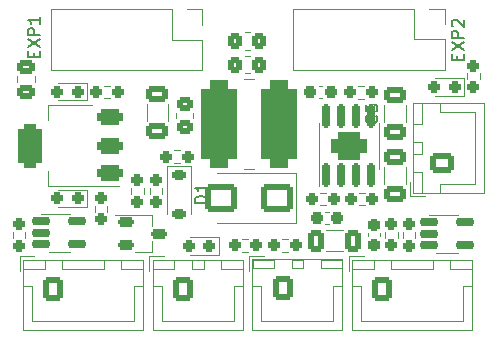
<source format=gbr>
%TF.GenerationSoftware,KiCad,Pcbnew,(7.0.0)*%
%TF.CreationDate,2023-08-10T18:16:06+02:00*%
%TF.ProjectId,SiboorVoronExt,5369626f-6f72-4566-9f72-6f6e4578742e,rev?*%
%TF.SameCoordinates,Original*%
%TF.FileFunction,Legend,Top*%
%TF.FilePolarity,Positive*%
%FSLAX46Y46*%
G04 Gerber Fmt 4.6, Leading zero omitted, Abs format (unit mm)*
G04 Created by KiCad (PCBNEW (7.0.0)) date 2023-08-10 18:16:06*
%MOMM*%
%LPD*%
G01*
G04 APERTURE LIST*
G04 Aperture macros list*
%AMRoundRect*
0 Rectangle with rounded corners*
0 $1 Rounding radius*
0 $2 $3 $4 $5 $6 $7 $8 $9 X,Y pos of 4 corners*
0 Add a 4 corners polygon primitive as box body*
4,1,4,$2,$3,$4,$5,$6,$7,$8,$9,$2,$3,0*
0 Add four circle primitives for the rounded corners*
1,1,$1+$1,$2,$3*
1,1,$1+$1,$4,$5*
1,1,$1+$1,$6,$7*
1,1,$1+$1,$8,$9*
0 Add four rect primitives between the rounded corners*
20,1,$1+$1,$2,$3,$4,$5,0*
20,1,$1+$1,$4,$5,$6,$7,0*
20,1,$1+$1,$6,$7,$8,$9,0*
20,1,$1+$1,$8,$9,$2,$3,0*%
G04 Aperture macros list end*
%ADD10C,0.150000*%
%ADD11C,0.120000*%
%ADD12RoundRect,0.250000X1.100000X0.900000X-1.100000X0.900000X-1.100000X-0.900000X1.100000X-0.900000X0*%
%ADD13RoundRect,0.237500X-0.237500X0.250000X-0.237500X-0.250000X0.237500X-0.250000X0.237500X0.250000X0*%
%ADD14RoundRect,0.237500X0.250000X0.237500X-0.250000X0.237500X-0.250000X-0.237500X0.250000X-0.237500X0*%
%ADD15RoundRect,0.250000X-0.600000X-0.750000X0.600000X-0.750000X0.600000X0.750000X-0.600000X0.750000X0*%
%ADD16O,1.700000X2.000000*%
%ADD17R,1.700000X1.700000*%
%ADD18O,1.700000X1.700000*%
%ADD19RoundRect,0.250000X0.650000X-0.412500X0.650000X0.412500X-0.650000X0.412500X-0.650000X-0.412500X0*%
%ADD20RoundRect,0.162500X-0.637500X-0.162500X0.637500X-0.162500X0.637500X0.162500X-0.637500X0.162500X0*%
%ADD21RoundRect,0.237500X0.287500X0.237500X-0.287500X0.237500X-0.287500X-0.237500X0.287500X-0.237500X0*%
%ADD22RoundRect,0.237500X-0.250000X-0.237500X0.250000X-0.237500X0.250000X0.237500X-0.250000X0.237500X0*%
%ADD23RoundRect,0.237500X0.300000X0.237500X-0.300000X0.237500X-0.300000X-0.237500X0.300000X-0.237500X0*%
%ADD24RoundRect,0.250000X-0.350000X-0.450000X0.350000X-0.450000X0.350000X0.450000X-0.350000X0.450000X0*%
%ADD25RoundRect,0.237500X-0.237500X0.300000X-0.237500X-0.300000X0.237500X-0.300000X0.237500X0.300000X0*%
%ADD26RoundRect,0.225000X-0.375000X0.225000X-0.375000X-0.225000X0.375000X-0.225000X0.375000X0.225000X0*%
%ADD27RoundRect,0.237500X0.237500X-0.250000X0.237500X0.250000X-0.237500X0.250000X-0.237500X-0.250000X0*%
%ADD28RoundRect,0.250000X-0.600000X-0.725000X0.600000X-0.725000X0.600000X0.725000X-0.600000X0.725000X0*%
%ADD29O,1.700000X1.950000*%
%ADD30RoundRect,0.325000X0.775000X0.325000X-0.775000X0.325000X-0.775000X-0.325000X0.775000X-0.325000X0*%
%ADD31RoundRect,0.500000X0.500000X1.400000X-0.500000X1.400000X-0.500000X-1.400000X0.500000X-1.400000X0*%
%ADD32RoundRect,0.250000X-0.412500X-0.650000X0.412500X-0.650000X0.412500X0.650000X-0.412500X0.650000X0*%
%ADD33RoundRect,0.250000X-0.650000X0.412500X-0.650000X-0.412500X0.650000X-0.412500X0.650000X0.412500X0*%
%ADD34RoundRect,0.250000X0.475000X-0.337500X0.475000X0.337500X-0.475000X0.337500X-0.475000X-0.337500X0*%
%ADD35RoundRect,0.250000X0.350000X0.450000X-0.350000X0.450000X-0.350000X-0.450000X0.350000X-0.450000X0*%
%ADD36RoundRect,0.750000X0.750000X3.000000X-0.750000X3.000000X-0.750000X-3.000000X0.750000X-3.000000X0*%
%ADD37RoundRect,0.250000X0.750000X-0.600000X0.750000X0.600000X-0.750000X0.600000X-0.750000X-0.600000X0*%
%ADD38O,2.000000X1.700000*%
%ADD39RoundRect,0.200000X-0.500000X-0.200000X0.500000X-0.200000X0.500000X0.200000X-0.500000X0.200000X0*%
%ADD40RoundRect,0.150000X0.150000X-0.825000X0.150000X0.825000X-0.150000X0.825000X-0.150000X-0.825000X0*%
%ADD41RoundRect,0.572500X0.927500X-0.572500X0.927500X0.572500X-0.927500X0.572500X-0.927500X-0.572500X0*%
%ADD42RoundRect,0.250000X0.450000X-0.350000X0.450000X0.350000X-0.450000X0.350000X-0.450000X-0.350000X0*%
G04 APERTURE END LIST*
D10*
%TO.C,EXP1*%
X2218571Y-6041666D02*
X2218571Y-5708333D01*
X2742380Y-5565476D02*
X2742380Y-6041666D01*
X2742380Y-6041666D02*
X1742380Y-6041666D01*
X1742380Y-6041666D02*
X1742380Y-5565476D01*
X1742380Y-5232142D02*
X2742380Y-4565476D01*
X1742380Y-4565476D02*
X2742380Y-5232142D01*
X2742380Y-4184523D02*
X1742380Y-4184523D01*
X1742380Y-4184523D02*
X1742380Y-3803571D01*
X1742380Y-3803571D02*
X1790000Y-3708333D01*
X1790000Y-3708333D02*
X1837619Y-3660714D01*
X1837619Y-3660714D02*
X1932857Y-3613095D01*
X1932857Y-3613095D02*
X2075714Y-3613095D01*
X2075714Y-3613095D02*
X2170952Y-3660714D01*
X2170952Y-3660714D02*
X2218571Y-3708333D01*
X2218571Y-3708333D02*
X2266190Y-3803571D01*
X2266190Y-3803571D02*
X2266190Y-4184523D01*
X2742380Y-2660714D02*
X2742380Y-3232142D01*
X2742380Y-2946428D02*
X1742380Y-2946428D01*
X1742380Y-2946428D02*
X1885238Y-3041666D01*
X1885238Y-3041666D02*
X1980476Y-3136904D01*
X1980476Y-3136904D02*
X2028095Y-3232142D01*
%TO.C,C5*%
X31222142Y-11029166D02*
X31269761Y-11076785D01*
X31269761Y-11076785D02*
X31317380Y-11219642D01*
X31317380Y-11219642D02*
X31317380Y-11314880D01*
X31317380Y-11314880D02*
X31269761Y-11457737D01*
X31269761Y-11457737D02*
X31174523Y-11552975D01*
X31174523Y-11552975D02*
X31079285Y-11600594D01*
X31079285Y-11600594D02*
X30888809Y-11648213D01*
X30888809Y-11648213D02*
X30745952Y-11648213D01*
X30745952Y-11648213D02*
X30555476Y-11600594D01*
X30555476Y-11600594D02*
X30460238Y-11552975D01*
X30460238Y-11552975D02*
X30365000Y-11457737D01*
X30365000Y-11457737D02*
X30317380Y-11314880D01*
X30317380Y-11314880D02*
X30317380Y-11219642D01*
X30317380Y-11219642D02*
X30365000Y-11076785D01*
X30365000Y-11076785D02*
X30412619Y-11029166D01*
X30317380Y-10124404D02*
X30317380Y-10600594D01*
X30317380Y-10600594D02*
X30793571Y-10648213D01*
X30793571Y-10648213D02*
X30745952Y-10600594D01*
X30745952Y-10600594D02*
X30698333Y-10505356D01*
X30698333Y-10505356D02*
X30698333Y-10267261D01*
X30698333Y-10267261D02*
X30745952Y-10172023D01*
X30745952Y-10172023D02*
X30793571Y-10124404D01*
X30793571Y-10124404D02*
X30888809Y-10076785D01*
X30888809Y-10076785D02*
X31126904Y-10076785D01*
X31126904Y-10076785D02*
X31222142Y-10124404D01*
X31222142Y-10124404D02*
X31269761Y-10172023D01*
X31269761Y-10172023D02*
X31317380Y-10267261D01*
X31317380Y-10267261D02*
X31317380Y-10505356D01*
X31317380Y-10505356D02*
X31269761Y-10600594D01*
X31269761Y-10600594D02*
X31222142Y-10648213D01*
%TO.C,EXP2*%
X38093571Y-6266666D02*
X38093571Y-5933333D01*
X38617380Y-5790476D02*
X38617380Y-6266666D01*
X38617380Y-6266666D02*
X37617380Y-6266666D01*
X37617380Y-6266666D02*
X37617380Y-5790476D01*
X37617380Y-5457142D02*
X38617380Y-4790476D01*
X37617380Y-4790476D02*
X38617380Y-5457142D01*
X38617380Y-4409523D02*
X37617380Y-4409523D01*
X37617380Y-4409523D02*
X37617380Y-4028571D01*
X37617380Y-4028571D02*
X37665000Y-3933333D01*
X37665000Y-3933333D02*
X37712619Y-3885714D01*
X37712619Y-3885714D02*
X37807857Y-3838095D01*
X37807857Y-3838095D02*
X37950714Y-3838095D01*
X37950714Y-3838095D02*
X38045952Y-3885714D01*
X38045952Y-3885714D02*
X38093571Y-3933333D01*
X38093571Y-3933333D02*
X38141190Y-4028571D01*
X38141190Y-4028571D02*
X38141190Y-4409523D01*
X37712619Y-3457142D02*
X37665000Y-3409523D01*
X37665000Y-3409523D02*
X37617380Y-3314285D01*
X37617380Y-3314285D02*
X37617380Y-3076190D01*
X37617380Y-3076190D02*
X37665000Y-2980952D01*
X37665000Y-2980952D02*
X37712619Y-2933333D01*
X37712619Y-2933333D02*
X37807857Y-2885714D01*
X37807857Y-2885714D02*
X37903095Y-2885714D01*
X37903095Y-2885714D02*
X38045952Y-2933333D01*
X38045952Y-2933333D02*
X38617380Y-3504761D01*
X38617380Y-3504761D02*
X38617380Y-2885714D01*
%TO.C,D1*%
X16867380Y-18392094D02*
X15867380Y-18392094D01*
X15867380Y-18392094D02*
X15867380Y-18153999D01*
X15867380Y-18153999D02*
X15915000Y-18011142D01*
X15915000Y-18011142D02*
X16010238Y-17915904D01*
X16010238Y-17915904D02*
X16105476Y-17868285D01*
X16105476Y-17868285D02*
X16295952Y-17820666D01*
X16295952Y-17820666D02*
X16438809Y-17820666D01*
X16438809Y-17820666D02*
X16629285Y-17868285D01*
X16629285Y-17868285D02*
X16724523Y-17915904D01*
X16724523Y-17915904D02*
X16819761Y-18011142D01*
X16819761Y-18011142D02*
X16867380Y-18153999D01*
X16867380Y-18153999D02*
X16867380Y-18392094D01*
X16867380Y-16868285D02*
X16867380Y-17439713D01*
X16867380Y-17153999D02*
X15867380Y-17153999D01*
X15867380Y-17153999D02*
X16010238Y-17249237D01*
X16010238Y-17249237D02*
X16105476Y-17344475D01*
X16105476Y-17344475D02*
X16153095Y-17439713D01*
D11*
%TO.C,D2*%
X24450000Y-20150000D02*
X24450000Y-15850000D01*
X24450000Y-20150000D02*
X17750000Y-20150000D01*
X24450000Y-15850000D02*
X17750000Y-15850000D01*
%TO.C,R8*%
X13122500Y-17132776D02*
X13122500Y-17642224D01*
X12077500Y-17132776D02*
X12077500Y-17642224D01*
%TO.C,R11*%
X20404724Y-22522500D02*
X19895276Y-22522500D01*
X20404724Y-21477500D02*
X19895276Y-21477500D01*
%TO.C,R12*%
X11522500Y-17132776D02*
X11522500Y-17642224D01*
X10477500Y-17132776D02*
X10477500Y-17642224D01*
%TO.C,FAN1*%
X12000000Y-22925000D02*
X12000000Y-24175000D01*
X12290000Y-23215000D02*
X12290000Y-29185000D01*
X12290000Y-29185000D02*
X19910000Y-29185000D01*
X12300000Y-23225000D02*
X12300000Y-23975000D01*
X12300000Y-23975000D02*
X14100000Y-23975000D01*
X12300000Y-25475000D02*
X13050000Y-25475000D01*
X13050000Y-25475000D02*
X13050000Y-28425000D01*
X13050000Y-28425000D02*
X16100000Y-28425000D01*
X13250000Y-22925000D02*
X12000000Y-22925000D01*
X14100000Y-23225000D02*
X12300000Y-23225000D01*
X14100000Y-23975000D02*
X14100000Y-23225000D01*
X15600000Y-23225000D02*
X15600000Y-23975000D01*
X15600000Y-23975000D02*
X16600000Y-23975000D01*
X16600000Y-23225000D02*
X15600000Y-23225000D01*
X16600000Y-23975000D02*
X16600000Y-23225000D01*
X18100000Y-23225000D02*
X18100000Y-23975000D01*
X18100000Y-23975000D02*
X19900000Y-23975000D01*
X19150000Y-25475000D02*
X19150000Y-28425000D01*
X19150000Y-28425000D02*
X16100000Y-28425000D01*
X19900000Y-23225000D02*
X18100000Y-23225000D01*
X19900000Y-23975000D02*
X19900000Y-23225000D01*
X19900000Y-25475000D02*
X19150000Y-25475000D01*
X19910000Y-23215000D02*
X12290000Y-23215000D01*
X19910000Y-29185000D02*
X19910000Y-23215000D01*
%TO.C,EXP1*%
X16505000Y-1995000D02*
X16505000Y-3325000D01*
X15175000Y-1995000D02*
X16505000Y-1995000D01*
X13905000Y-1995000D02*
X3685000Y-1995000D01*
X13905000Y-1995000D02*
X13905000Y-4595000D01*
X3685000Y-1995000D02*
X3685000Y-7195000D01*
X16505000Y-4595000D02*
X16505000Y-7195000D01*
X13905000Y-4595000D02*
X16505000Y-4595000D01*
X16505000Y-7195000D02*
X3685000Y-7195000D01*
%TO.C,C5*%
X31890000Y-11573752D02*
X31890000Y-10151248D01*
X33710000Y-11573752D02*
X33710000Y-10151248D01*
%TO.C,U1*%
X36311000Y-22610000D02*
X38111000Y-22610000D01*
X38111000Y-19390000D02*
X35661000Y-19390000D01*
%TO.C,D4*%
X38635000Y-9335000D02*
X38635000Y-7865000D01*
X38635000Y-7865000D02*
X36175000Y-7865000D01*
X36175000Y-9335000D02*
X38635000Y-9335000D01*
%TO.C,C7*%
X11790000Y-11473752D02*
X11790000Y-10051248D01*
X13610000Y-11473752D02*
X13610000Y-10051248D01*
%TO.C,R13*%
X14119776Y-13955500D02*
X14629224Y-13955500D01*
X14119776Y-15000500D02*
X14629224Y-15000500D01*
%TO.C,EXP2*%
X37030000Y-1970000D02*
X37030000Y-3300000D01*
X35700000Y-1970000D02*
X37030000Y-1970000D01*
X34430000Y-1970000D02*
X24210000Y-1970000D01*
X34430000Y-1970000D02*
X34430000Y-4570000D01*
X24210000Y-1970000D02*
X24210000Y-7170000D01*
X37030000Y-4570000D02*
X37030000Y-7170000D01*
X34430000Y-4570000D02*
X37030000Y-4570000D01*
X37030000Y-7170000D02*
X24210000Y-7170000D01*
%TO.C,C3*%
X26646267Y-9560000D02*
X26353733Y-9560000D01*
X26646267Y-8540000D02*
X26353733Y-8540000D01*
%TO.C,R6*%
X20072936Y-3965000D02*
X20527064Y-3965000D01*
X20072936Y-5435000D02*
X20527064Y-5435000D01*
%TO.C,D6*%
X6735000Y-18760000D02*
X6735000Y-17290000D01*
X6735000Y-17290000D02*
X4275000Y-17290000D01*
X4275000Y-18760000D02*
X6735000Y-18760000D01*
%TO.C,C4*%
X31510000Y-20953733D02*
X31510000Y-21246267D01*
X30490000Y-20953733D02*
X30490000Y-21246267D01*
%TO.C,D1*%
X15500000Y-15294000D02*
X13500000Y-15294000D01*
X15500000Y-15294000D02*
X15500000Y-19304000D01*
X13500000Y-15294000D02*
X13500000Y-19304000D01*
%TO.C,R9*%
X33453500Y-21367224D02*
X33453500Y-20857776D01*
X34498500Y-21367224D02*
X34498500Y-20857776D01*
%TO.C,R16*%
X7377500Y-19142224D02*
X7377500Y-18632776D01*
X8422500Y-19142224D02*
X8422500Y-18632776D01*
%TO.C,RGB2*%
X1036400Y-22925000D02*
X1036400Y-24175000D01*
X1326400Y-23215000D02*
X1326400Y-29185000D01*
X1326400Y-29185000D02*
X11446400Y-29185000D01*
X1336400Y-23225000D02*
X1336400Y-23975000D01*
X1336400Y-23975000D02*
X3136400Y-23975000D01*
X1336400Y-25475000D02*
X2086400Y-25475000D01*
X2086400Y-25475000D02*
X2086400Y-28425000D01*
X2086400Y-28425000D02*
X6386400Y-28425000D01*
X2286400Y-22925000D02*
X1036400Y-22925000D01*
X3136400Y-23225000D02*
X1336400Y-23225000D01*
X3136400Y-23975000D02*
X3136400Y-23225000D01*
X4636400Y-23225000D02*
X4636400Y-23975000D01*
X4636400Y-23975000D02*
X8136400Y-23975000D01*
X8136400Y-23225000D02*
X4636400Y-23225000D01*
X8136400Y-23975000D02*
X8136400Y-23225000D01*
X9636400Y-23225000D02*
X9636400Y-23975000D01*
X9636400Y-23975000D02*
X11436400Y-23975000D01*
X10686400Y-25475000D02*
X10686400Y-28425000D01*
X10686400Y-28425000D02*
X6386400Y-28425000D01*
X11436400Y-23225000D02*
X9636400Y-23225000D01*
X11436400Y-23975000D02*
X11436400Y-23225000D01*
X11436400Y-25475000D02*
X10686400Y-25475000D01*
X11446400Y-23215000D02*
X1326400Y-23215000D01*
X11446400Y-29185000D02*
X11446400Y-23215000D01*
%TO.C,R4*%
X26445276Y-17577500D02*
X26954724Y-17577500D01*
X26445276Y-18622500D02*
X26954724Y-18622500D01*
%TO.C,R15*%
X8692224Y-9522500D02*
X8182776Y-9522500D01*
X8692224Y-8477500D02*
X8182776Y-8477500D01*
%TO.C,C1*%
X27183767Y-20210000D02*
X26891233Y-20210000D01*
X27183767Y-19190000D02*
X26891233Y-19190000D01*
%TO.C,D3*%
X17885000Y-22785000D02*
X17885000Y-21315000D01*
X17885000Y-21315000D02*
X15425000Y-21315000D01*
X15425000Y-22785000D02*
X17885000Y-22785000D01*
%TO.C,U4*%
X9400000Y-16960000D02*
X3390000Y-16960000D01*
X7150000Y-10140000D02*
X3390000Y-10140000D01*
X3390000Y-16960000D02*
X3390000Y-15700000D01*
X3390000Y-10140000D02*
X3390000Y-11400000D01*
%TO.C,C2*%
X26988748Y-20690000D02*
X28411252Y-20690000D01*
X26988748Y-22510000D02*
X28411252Y-22510000D01*
%TO.C,U2*%
X3500000Y-22535000D02*
X5300000Y-22535000D01*
X5300000Y-19315000D02*
X2850000Y-19315000D01*
%TO.C,C6*%
X33710000Y-15388748D02*
X33710000Y-16811252D01*
X31890000Y-15388748D02*
X31890000Y-16811252D01*
%TO.C,C9*%
X826600Y-8210352D02*
X826600Y-7687848D01*
X2296600Y-8210352D02*
X2296600Y-7687848D01*
%TO.C,R1*%
X23245276Y-21477500D02*
X23754724Y-21477500D01*
X23245276Y-22522500D02*
X23754724Y-22522500D01*
%TO.C,D5*%
X6760000Y-9735000D02*
X6760000Y-8265000D01*
X6760000Y-8265000D02*
X4300000Y-8265000D01*
X4300000Y-9735000D02*
X6760000Y-9735000D01*
%TO.C,R14*%
X39972500Y-7445276D02*
X39972500Y-7954724D01*
X38927500Y-7445276D02*
X38927500Y-7954724D01*
%TO.C,RGB1*%
X28896400Y-22925000D02*
X28896400Y-24175000D01*
X29186400Y-23215000D02*
X29186400Y-29185000D01*
X29186400Y-29185000D02*
X39306400Y-29185000D01*
X29196400Y-23225000D02*
X29196400Y-23975000D01*
X29196400Y-23975000D02*
X30996400Y-23975000D01*
X29196400Y-25475000D02*
X29946400Y-25475000D01*
X29946400Y-25475000D02*
X29946400Y-28425000D01*
X29946400Y-28425000D02*
X34246400Y-28425000D01*
X30146400Y-22925000D02*
X28896400Y-22925000D01*
X30996400Y-23225000D02*
X29196400Y-23225000D01*
X30996400Y-23975000D02*
X30996400Y-23225000D01*
X32496400Y-23225000D02*
X32496400Y-23975000D01*
X32496400Y-23975000D02*
X35996400Y-23975000D01*
X35996400Y-23225000D02*
X32496400Y-23225000D01*
X35996400Y-23975000D02*
X35996400Y-23225000D01*
X37496400Y-23225000D02*
X37496400Y-23975000D01*
X37496400Y-23975000D02*
X39296400Y-23975000D01*
X38546400Y-25475000D02*
X38546400Y-28425000D01*
X38546400Y-28425000D02*
X34246400Y-28425000D01*
X39296400Y-23225000D02*
X37496400Y-23225000D01*
X39296400Y-23975000D02*
X39296400Y-23225000D01*
X39296400Y-25475000D02*
X38546400Y-25475000D01*
X39306400Y-23215000D02*
X29186400Y-23215000D01*
X39306400Y-29185000D02*
X39306400Y-23215000D01*
%TO.C,R7*%
X20527064Y-7435000D02*
X20072936Y-7435000D01*
X20527064Y-5965000D02*
X20072936Y-5965000D01*
%TO.C,L2*%
X20850000Y-15500000D02*
X20000000Y-15500000D01*
X20850000Y-7900000D02*
X20050000Y-7900000D01*
%TO.C,24V1*%
X34075000Y-17850000D02*
X35325000Y-17850000D01*
X34365000Y-17560000D02*
X40335000Y-17560000D01*
X40335000Y-17560000D02*
X40335000Y-9940000D01*
X34375000Y-17550000D02*
X35125000Y-17550000D01*
X35125000Y-17550000D02*
X35125000Y-15750000D01*
X36625000Y-17550000D02*
X36625000Y-16800000D01*
X36625000Y-16800000D02*
X39575000Y-16800000D01*
X39575000Y-16800000D02*
X39575000Y-13750000D01*
X34075000Y-16600000D02*
X34075000Y-17850000D01*
X34375000Y-15750000D02*
X34375000Y-17550000D01*
X35125000Y-15750000D02*
X34375000Y-15750000D01*
X34375000Y-14250000D02*
X35125000Y-14250000D01*
X35125000Y-14250000D02*
X35125000Y-13250000D01*
X34375000Y-13250000D02*
X34375000Y-14250000D01*
X35125000Y-13250000D02*
X34375000Y-13250000D01*
X34375000Y-11750000D02*
X35125000Y-11750000D01*
X35125000Y-11750000D02*
X35125000Y-9950000D01*
X36625000Y-10700000D02*
X39575000Y-10700000D01*
X39575000Y-10700000D02*
X39575000Y-13750000D01*
X34375000Y-9950000D02*
X34375000Y-11750000D01*
X35125000Y-9950000D02*
X34375000Y-9950000D01*
X36625000Y-9950000D02*
X36625000Y-10700000D01*
X34365000Y-9940000D02*
X34365000Y-17560000D01*
X40335000Y-9940000D02*
X34365000Y-9940000D01*
%TO.C,R10*%
X427500Y-21367224D02*
X427500Y-20857776D01*
X1472500Y-21367224D02*
X1472500Y-20857776D01*
%TO.C,Q1*%
X12222000Y-19420000D02*
X9062000Y-19420000D01*
X12222000Y-19420000D02*
X12222000Y-20350000D01*
X12222000Y-22580000D02*
X10762000Y-22580000D01*
X12222000Y-22580000D02*
X12222000Y-21650000D01*
%TO.C,R2*%
X30167224Y-9572500D02*
X29657776Y-9572500D01*
X30167224Y-8527500D02*
X29657776Y-8527500D01*
%TO.C,U3*%
X26340000Y-13550000D02*
X26340000Y-17000000D01*
X26340000Y-13550000D02*
X26340000Y-11600000D01*
X31460000Y-13550000D02*
X31460000Y-15500000D01*
X31460000Y-13550000D02*
X31460000Y-11600000D01*
%TO.C,R3*%
X29732776Y-17577500D02*
X30242224Y-17577500D01*
X29732776Y-18622500D02*
X30242224Y-18622500D01*
%TO.C,TH1*%
X20450000Y-22900000D02*
X20450000Y-24150000D01*
X20740000Y-23190000D02*
X20740000Y-29160000D01*
X20740000Y-29160000D02*
X28360000Y-29160000D01*
X20750000Y-23200000D02*
X20750000Y-23950000D01*
X20750000Y-23950000D02*
X22550000Y-23950000D01*
X20750000Y-25450000D02*
X21500000Y-25450000D01*
X21500000Y-25450000D02*
X21500000Y-28400000D01*
X21500000Y-28400000D02*
X24550000Y-28400000D01*
X21700000Y-22900000D02*
X20450000Y-22900000D01*
X22550000Y-23200000D02*
X20750000Y-23200000D01*
X22550000Y-23950000D02*
X22550000Y-23200000D01*
X24050000Y-23200000D02*
X24050000Y-23950000D01*
X24050000Y-23950000D02*
X25050000Y-23950000D01*
X25050000Y-23200000D02*
X24050000Y-23200000D01*
X25050000Y-23950000D02*
X25050000Y-23200000D01*
X26550000Y-23200000D02*
X26550000Y-23950000D01*
X26550000Y-23950000D02*
X28350000Y-23950000D01*
X27600000Y-25450000D02*
X27600000Y-28400000D01*
X27600000Y-28400000D02*
X24550000Y-28400000D01*
X28350000Y-23200000D02*
X26550000Y-23200000D01*
X28350000Y-23950000D02*
X28350000Y-23200000D01*
X28350000Y-25450000D02*
X27600000Y-25450000D01*
X28360000Y-23190000D02*
X20740000Y-23190000D01*
X28360000Y-29160000D02*
X28360000Y-23190000D01*
%TO.C,R5*%
X33022500Y-20845276D02*
X33022500Y-21354724D01*
X31977500Y-20845276D02*
X31977500Y-21354724D01*
%TO.C,C8*%
X14265000Y-11227064D02*
X14265000Y-10772936D01*
X15735000Y-11227064D02*
X15735000Y-10772936D01*
%TD*%
%LPC*%
D12*
%TO.C,D2*%
X22850000Y-18000000D03*
X18050000Y-18000000D03*
%TD*%
D13*
%TO.C,R8*%
X12600000Y-16475000D03*
X12600000Y-18300000D03*
%TD*%
D14*
%TO.C,R11*%
X21062500Y-22000000D03*
X19237500Y-22000000D03*
%TD*%
D13*
%TO.C,R12*%
X11000000Y-16475000D03*
X11000000Y-18300000D03*
%TD*%
D15*
%TO.C,FAN1*%
X14850000Y-25675000D03*
D16*
X17349999Y-25674999D03*
%TD*%
D17*
%TO.C,EXP1*%
X15174999Y-3324999D03*
D18*
X15174999Y-5864999D03*
X12634999Y-3324999D03*
X12634999Y-5864999D03*
X10094999Y-3324999D03*
X10094999Y-5864999D03*
X7554999Y-3324999D03*
X7554999Y-5864999D03*
X5014999Y-3324999D03*
X5014999Y-5864999D03*
%TD*%
D19*
%TO.C,C5*%
X32800000Y-12425000D03*
X32800000Y-9300000D03*
%TD*%
D20*
%TO.C,U1*%
X35687000Y-20050000D03*
X35687000Y-21000000D03*
X35687000Y-21950000D03*
X38735000Y-21950000D03*
X38735000Y-20050000D03*
%TD*%
D21*
%TO.C,D4*%
X37850000Y-8600000D03*
X36100000Y-8600000D03*
%TD*%
D19*
%TO.C,C7*%
X12700000Y-12325000D03*
X12700000Y-9200000D03*
%TD*%
D22*
%TO.C,R13*%
X13462000Y-14478000D03*
X15287000Y-14478000D03*
%TD*%
D17*
%TO.C,EXP2*%
X35699999Y-3299999D03*
D18*
X35699999Y-5839999D03*
X33159999Y-3299999D03*
X33159999Y-5839999D03*
X30619999Y-3299999D03*
X30619999Y-5839999D03*
X28079999Y-3299999D03*
X28079999Y-5839999D03*
X25539999Y-3299999D03*
X25539999Y-5839999D03*
%TD*%
D23*
%TO.C,C3*%
X27362500Y-9050000D03*
X25637500Y-9050000D03*
%TD*%
D24*
%TO.C,R6*%
X19300000Y-4700000D03*
X21300000Y-4700000D03*
%TD*%
D21*
%TO.C,D6*%
X5950000Y-18025000D03*
X4200000Y-18025000D03*
%TD*%
D25*
%TO.C,C4*%
X31000000Y-20237500D03*
X31000000Y-21962500D03*
%TD*%
D26*
%TO.C,D1*%
X14500000Y-16004000D03*
X14500000Y-19304000D03*
%TD*%
D27*
%TO.C,R9*%
X33976000Y-22025000D03*
X33976000Y-20200000D03*
%TD*%
%TO.C,R16*%
X7900000Y-19800000D03*
X7900000Y-17975000D03*
%TD*%
D28*
%TO.C,RGB2*%
X3886400Y-25675000D03*
D29*
X6386399Y-25674999D03*
X8886399Y-25674999D03*
%TD*%
D22*
%TO.C,R4*%
X25787500Y-18100000D03*
X27612500Y-18100000D03*
%TD*%
D14*
%TO.C,R15*%
X9350000Y-9000000D03*
X7525000Y-9000000D03*
%TD*%
D23*
%TO.C,C1*%
X27900000Y-19700000D03*
X26175000Y-19700000D03*
%TD*%
D21*
%TO.C,D3*%
X17100000Y-22050000D03*
X15350000Y-22050000D03*
%TD*%
D30*
%TO.C,U4*%
X8700000Y-15850000D03*
X8700000Y-13550000D03*
D31*
X1900000Y-13550000D03*
D30*
X8700000Y-11150000D03*
%TD*%
D32*
%TO.C,C2*%
X26137500Y-21600000D03*
X29262500Y-21600000D03*
%TD*%
D20*
%TO.C,U2*%
X2876000Y-19975000D03*
X2876000Y-20925000D03*
X2876000Y-21875000D03*
X5924000Y-21875000D03*
X5924000Y-19975000D03*
%TD*%
D33*
%TO.C,C6*%
X32800000Y-14537500D03*
X32800000Y-17662500D03*
%TD*%
D34*
%TO.C,C9*%
X1561600Y-8986600D03*
X1561600Y-6911600D03*
%TD*%
D22*
%TO.C,R1*%
X22587500Y-22000000D03*
X24412500Y-22000000D03*
%TD*%
D21*
%TO.C,D5*%
X5975000Y-9000000D03*
X4225000Y-9000000D03*
%TD*%
D13*
%TO.C,R14*%
X39450000Y-6787500D03*
X39450000Y-8612500D03*
%TD*%
D28*
%TO.C,RGB1*%
X31746400Y-25675000D03*
D29*
X34246399Y-25674999D03*
X36746399Y-25674999D03*
%TD*%
D35*
%TO.C,R7*%
X21300000Y-6700000D03*
X19300000Y-6700000D03*
%TD*%
D36*
%TO.C,L2*%
X22950000Y-11700000D03*
X17950000Y-11700000D03*
%TD*%
D37*
%TO.C,24V1*%
X36825000Y-15000000D03*
D38*
X36824999Y-12499999D03*
%TD*%
D27*
%TO.C,R10*%
X950000Y-22025000D03*
X950000Y-20200000D03*
%TD*%
D39*
%TO.C,Q1*%
X10062000Y-20050000D03*
X10062000Y-21950000D03*
X12862000Y-21000000D03*
%TD*%
D14*
%TO.C,R2*%
X30825000Y-9050000D03*
X29000000Y-9050000D03*
%TD*%
D40*
%TO.C,U3*%
X26995000Y-16025000D03*
X28265000Y-16025000D03*
X29535000Y-16025000D03*
X30805000Y-16025000D03*
X30805000Y-11075000D03*
X29535000Y-11075000D03*
X28265000Y-11075000D03*
X26995000Y-11075000D03*
D41*
X28900000Y-13550000D03*
%TD*%
D22*
%TO.C,R3*%
X29075000Y-18100000D03*
X30900000Y-18100000D03*
%TD*%
D15*
%TO.C,TH1*%
X23300000Y-25650000D03*
D16*
X25799999Y-25649999D03*
%TD*%
D13*
%TO.C,R5*%
X32500000Y-20187500D03*
X32500000Y-22012500D03*
%TD*%
D42*
%TO.C,C8*%
X15000000Y-12000000D03*
X15000000Y-10000000D03*
%TD*%
M02*

</source>
